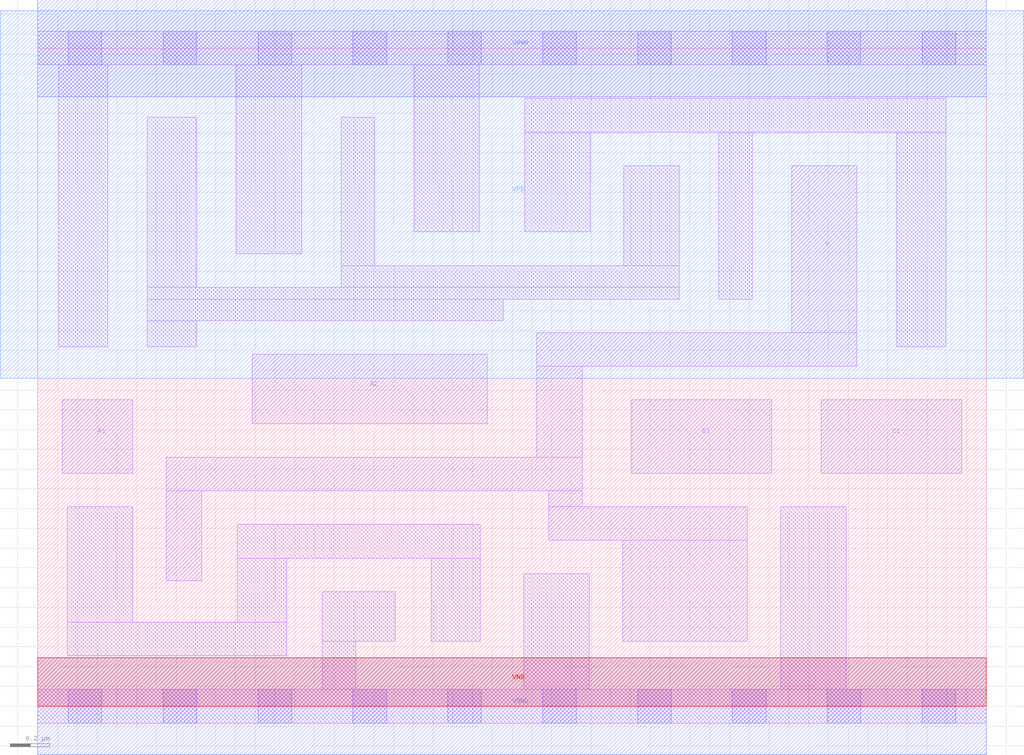
<source format=lef>
# Copyright 2020 The SkyWater PDK Authors
#
# Licensed under the Apache License, Version 2.0 (the "License");
# you may not use this file except in compliance with the License.
# You may obtain a copy of the License at
#
#     https://www.apache.org/licenses/LICENSE-2.0
#
# Unless required by applicable law or agreed to in writing, software
# distributed under the License is distributed on an "AS IS" BASIS,
# WITHOUT WARRANTIES OR CONDITIONS OF ANY KIND, either express or implied.
# See the License for the specific language governing permissions and
# limitations under the License.
#
# SPDX-License-Identifier: Apache-2.0

VERSION 5.7 ;
  NOWIREEXTENSIONATPIN ON ;
  DIVIDERCHAR "/" ;
  BUSBITCHARS "[]" ;
MACRO sky130_fd_sc_hs__a211oi_2
  CLASS CORE ;
  FOREIGN sky130_fd_sc_hs__a211oi_2 ;
  ORIGIN  0.000000  0.000000 ;
  SIZE  4.800000 BY  3.330000 ;
  SYMMETRY X Y ;
  SITE unit ;
  PIN A1
    ANTENNAGATEAREA  0.558000 ;
    DIRECTION INPUT ;
    USE SIGNAL ;
    PORT
      LAYER li1 ;
        RECT 0.125000 1.180000 0.480000 1.550000 ;
    END
  END A1
  PIN A2
    ANTENNAGATEAREA  0.558000 ;
    DIRECTION INPUT ;
    USE SIGNAL ;
    PORT
      LAYER li1 ;
        RECT 1.085000 1.430000 2.275000 1.780000 ;
    END
  END A2
  PIN B1
    ANTENNAGATEAREA  0.447000 ;
    DIRECTION INPUT ;
    USE SIGNAL ;
    PORT
      LAYER li1 ;
        RECT 3.005000 1.180000 3.715000 1.550000 ;
    END
  END B1
  PIN C1
    ANTENNAGATEAREA  0.447000 ;
    DIRECTION INPUT ;
    USE SIGNAL ;
    PORT
      LAYER li1 ;
        RECT 3.965000 1.180000 4.675000 1.550000 ;
    END
  END C1
  PIN Y
    ANTENNADIFFAREA  1.076000 ;
    DIRECTION OUTPUT ;
    USE SIGNAL ;
    PORT
      LAYER li1 ;
        RECT 0.650000 0.635000 0.830000 1.090000 ;
        RECT 0.650000 1.090000 2.755000 1.260000 ;
        RECT 2.525000 1.260000 2.755000 1.720000 ;
        RECT 2.525000 1.720000 4.145000 1.890000 ;
        RECT 2.585000 0.840000 3.590000 1.010000 ;
        RECT 2.585000 1.010000 2.755000 1.090000 ;
        RECT 2.960000 0.330000 3.590000 0.840000 ;
        RECT 3.815000 1.890000 4.145000 2.735000 ;
    END
  END Y
  PIN VGND
    DIRECTION INOUT ;
    USE GROUND ;
    PORT
      LAYER met1 ;
        RECT 0.000000 -0.245000 4.800000 0.245000 ;
    END
  END VGND
  PIN VNB
    DIRECTION INOUT ;
    USE GROUND ;
    PORT
      LAYER pwell ;
        RECT 0.000000 0.000000 4.800000 0.245000 ;
    END
  END VNB
  PIN VPB
    DIRECTION INOUT ;
    USE POWER ;
    PORT
      LAYER nwell ;
        RECT -0.190000 1.660000 4.990000 3.520000 ;
    END
  END VPB
  PIN VPWR
    DIRECTION INOUT ;
    USE POWER ;
    PORT
      LAYER met1 ;
        RECT 0.000000 3.085000 4.800000 3.575000 ;
    END
  END VPWR
  OBS
    LAYER li1 ;
      RECT 0.000000 -0.085000 4.800000 0.085000 ;
      RECT 0.000000  3.245000 4.800000 3.415000 ;
      RECT 0.105000  1.820000 0.355000 3.245000 ;
      RECT 0.150000  0.255000 1.260000 0.425000 ;
      RECT 0.150000  0.425000 0.480000 1.010000 ;
      RECT 0.555000  1.820000 0.805000 1.950000 ;
      RECT 0.555000  1.950000 2.355000 2.060000 ;
      RECT 0.555000  2.060000 3.245000 2.120000 ;
      RECT 0.555000  2.120000 0.805000 2.980000 ;
      RECT 1.005000  2.290000 1.335000 3.245000 ;
      RECT 1.010000  0.425000 1.260000 0.750000 ;
      RECT 1.010000  0.750000 2.240000 0.920000 ;
      RECT 1.440000  0.085000 1.610000 0.330000 ;
      RECT 1.440000  0.330000 1.810000 0.580000 ;
      RECT 1.535000  2.120000 3.245000 2.230000 ;
      RECT 1.535000  2.230000 1.705000 2.980000 ;
      RECT 1.905000  2.400000 2.235000 3.245000 ;
      RECT 1.990000  0.330000 2.240000 0.750000 ;
      RECT 2.460000  0.085000 2.790000 0.670000 ;
      RECT 2.465000  2.400000 2.795000 2.905000 ;
      RECT 2.465000  2.905000 4.595000 3.075000 ;
      RECT 2.965000  2.230000 3.245000 2.735000 ;
      RECT 3.445000  2.060000 3.615000 2.905000 ;
      RECT 3.760000  0.085000 4.090000 1.010000 ;
      RECT 4.345000  1.820000 4.595000 2.905000 ;
    LAYER mcon ;
      RECT 0.155000 -0.085000 0.325000 0.085000 ;
      RECT 0.155000  3.245000 0.325000 3.415000 ;
      RECT 0.635000 -0.085000 0.805000 0.085000 ;
      RECT 0.635000  3.245000 0.805000 3.415000 ;
      RECT 1.115000 -0.085000 1.285000 0.085000 ;
      RECT 1.115000  3.245000 1.285000 3.415000 ;
      RECT 1.595000 -0.085000 1.765000 0.085000 ;
      RECT 1.595000  3.245000 1.765000 3.415000 ;
      RECT 2.075000 -0.085000 2.245000 0.085000 ;
      RECT 2.075000  3.245000 2.245000 3.415000 ;
      RECT 2.555000 -0.085000 2.725000 0.085000 ;
      RECT 2.555000  3.245000 2.725000 3.415000 ;
      RECT 3.035000 -0.085000 3.205000 0.085000 ;
      RECT 3.035000  3.245000 3.205000 3.415000 ;
      RECT 3.515000 -0.085000 3.685000 0.085000 ;
      RECT 3.515000  3.245000 3.685000 3.415000 ;
      RECT 3.995000 -0.085000 4.165000 0.085000 ;
      RECT 3.995000  3.245000 4.165000 3.415000 ;
      RECT 4.475000 -0.085000 4.645000 0.085000 ;
      RECT 4.475000  3.245000 4.645000 3.415000 ;
  END
END sky130_fd_sc_hs__a211oi_2
END LIBRARY

</source>
